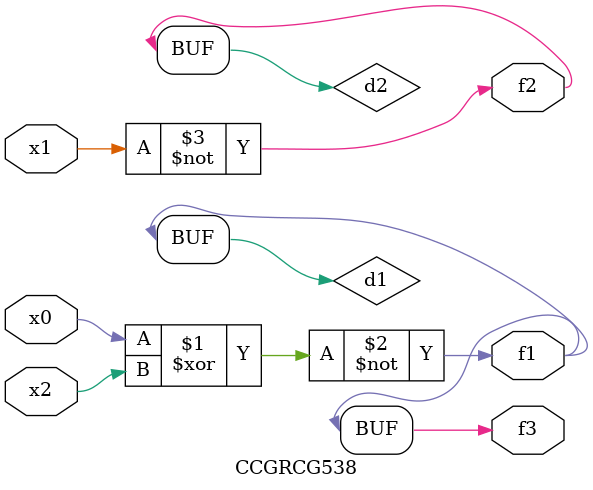
<source format=v>
module CCGRCG538(
	input x0, x1, x2,
	output f1, f2, f3
);

	wire d1, d2, d3;

	xnor (d1, x0, x2);
	nand (d2, x1);
	nor (d3, x1, x2);
	assign f1 = d1;
	assign f2 = d2;
	assign f3 = d1;
endmodule

</source>
